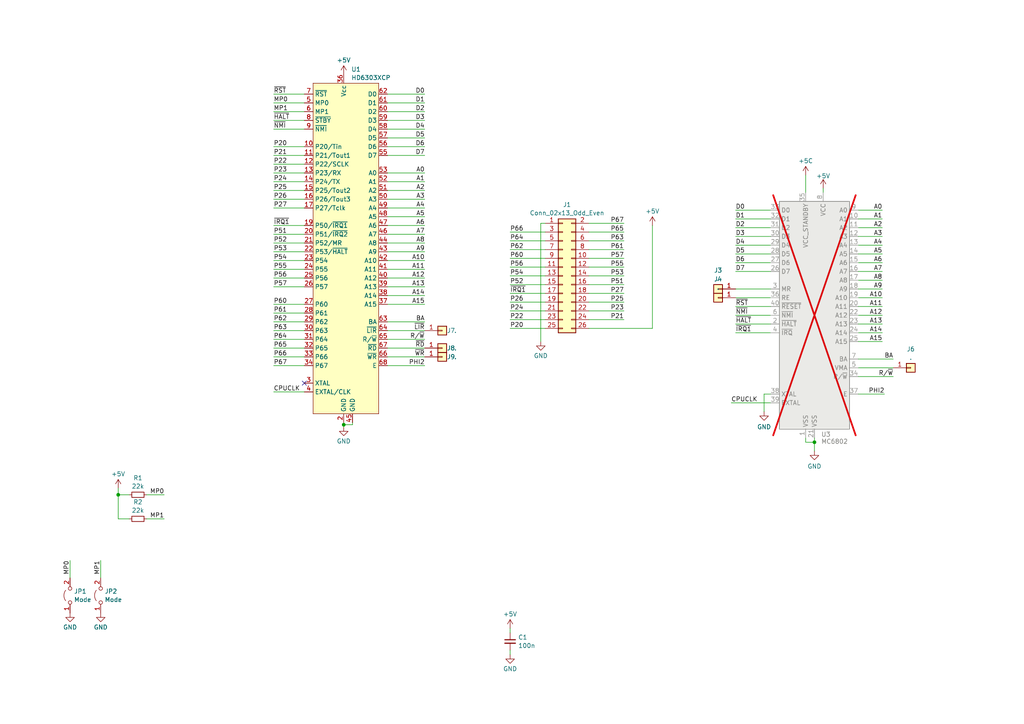
<source format=kicad_sch>
(kicad_sch (version 20231120) (generator "eeschema") (generator_version "8.0")
  (paper "A4")
  (lib_symbols
    (symbol "CPU_NXP_6800:MC6802"
      (property "Reference" "U99" (at 1.9559 -34.552 0))
      (property "Value" "MC6802" (at 1.9559 -36.6 0))
      (symbol "MC6802_0_1"
        (rectangle (start -10.16 -33.02) (end 10.16 33.02) (stroke (width 0.254)) (fill (type background)))
      )
      (symbol "MC6802_1_1"
        (pin power_in line (at -2.54 -35.56 90) (length 2.54) (name "VSS") (number "1"))
        (pin output line (at 12.7 27.94 180) (length 2.54) (name "A1") (number "10"))
        (pin output line (at 12.7 25.4 180) (length 2.54) (name "A2") (number "11"))
        (pin output line (at 12.7 22.86 180) (length 2.54) (name "A3") (number "12"))
        (pin output line (at 12.7 20.32 180) (length 2.54) (name "A4") (number "13"))
        (pin output line (at 12.7 17.78 180) (length 2.54) (name "A5") (number "14"))
        (pin output line (at 12.7 15.24 180) (length 2.54) (name "A6") (number "15"))
        (pin output line (at 12.7 12.7 180) (length 2.54) (name "A7") (number "16"))
        (pin output line (at 12.7 10.16 180) (length 2.54) (name "A8") (number "17"))
        (pin output line (at 12.7 7.62 180) (length 2.54) (name "A9") (number "18"))
        (pin output line (at 12.7 5.08 180) (length 2.54) (name "A10") (number "19"))
        (pin input line (at -12.7 -2.54 0) (length 2.54) (name "~{HALT}") (number "2"))
        (pin output line (at 12.7 2.54 180) (length 2.54) (name "A11") (number "20"))
        (pin power_in line (at 0 -35.56 90) (length 2.54) (name "VSS") (number "21"))
        (pin output line (at 12.7 0 180) (length 2.54) (name "A12") (number "22"))
        (pin output line (at 12.7 -2.54 180) (length 2.54) (name "A13") (number "23"))
        (pin output line (at 12.7 -5.08 180) (length 2.54) (name "A14") (number "24"))
        (pin output line (at 12.7 -7.62 180) (length 2.54) (name "A15") (number "25"))
        (pin bidirectional line (at -12.7 12.7 0) (length 2.54) (name "D7") (number "26"))
        (pin bidirectional line (at -12.7 15.24 0) (length 2.54) (name "D6") (number "27"))
        (pin bidirectional line (at -12.7 17.78 0) (length 2.54) (name "D5") (number "28"))
        (pin bidirectional line (at -12.7 20.32 0) (length 2.54) (name "D4") (number "29"))
        (pin input line (at -12.7 7.62 0) (length 2.54) (name "MR") (number "3"))
        (pin bidirectional line (at -12.7 22.86 0) (length 2.54) (name "D3") (number "30"))
        (pin bidirectional line (at -12.7 25.4 0) (length 2.54) (name "D2") (number "31"))
        (pin bidirectional line (at -12.7 27.94 0) (length 2.54) (name "D1") (number "32"))
        (pin bidirectional line (at -12.7 30.48 0) (length 2.54) (name "D0") (number "33"))
        (pin output line (at 12.7 -17.78 180) (length 2.54) (name "R/~{W}") (number "34"))
        (pin power_in line (at -2.54 35.56 270) (length 2.54) (name "VCC_STANDBY") (number "35"))
        (pin input line (at -12.7 5.08 0) (length 2.54) (name "RE") (number "36"))
        (pin output line (at 12.7 -22.86 180) (length 2.54) (name "E") (number "37"))
        (pin passive line (at -12.7 -22.86 0) (length 2.54) (name "XTAL") (number "38"))
        (pin passive line (at -12.7 -25.4 0) (length 2.54) (name "EXTAL") (number "39"))
        (pin input line (at -12.7 -5.08 0) (length 2.54) (name "~{IRQ}") (number "4"))
        (pin input line (at -12.7 2.54 0) (length 2.54) (name "~{RESET}") (number "40"))
        (pin output line (at 12.7 -15.24 180) (length 2.54) (name "VMA") (number "5"))
        (pin input line (at -12.7 0 0) (length 2.54) (name "~{NMI}") (number "6"))
        (pin output line (at 12.7 -12.7 180) (length 2.54) (name "BA") (number "7"))
        (pin power_in line (at 2.54 35.56 270) (length 2.54) (name "VCC") (number "8"))
        (pin output line (at 12.7 30.48 180) (length 2.54) (name "A0") (number "9"))
      )
    )
    (symbol "Connector_Generic:Conn_01x01" (pin_names (offset 1.016) hide)
      (property "Reference" "J" (at 0 2.54 0))
      (property "Value" "Conn_01x01" (at 0 -2.54 0))
      (symbol "Conn_01x01_1_1"
        (rectangle (start -1.27 0.127) (end 0 -0.127) (stroke (width 0.1524)))
        (rectangle (start -1.27 1.27) (end 1.27 -1.27) (stroke (width 0.254)) (fill (type background)))
        (pin passive line (at -5.08 0 0) (length 3.81) (name "Pin_1") (number "1"))
      )
    )
    (symbol "Connector_Generic:Conn_02x13_Odd_Even" (pin_names (offset 1.016) hide)
      (property "Reference" "J" (at 1.27 17.78 0))
      (property "Value" "Conn_02x13_Odd_Even" (at 1.27 -17.78 0))
      (symbol "Conn_02x13_Odd_Even_1_1"
        (rectangle (start -1.27 -15.113) (end 0 -15.367) (stroke (width 0.1524)))
        (rectangle (start -1.27 -12.573) (end 0 -12.827) (stroke (width 0.1524)))
        (rectangle (start -1.27 -10.033) (end 0 -10.287) (stroke (width 0.1524)))
        (rectangle (start -1.27 -7.493) (end 0 -7.747) (stroke (width 0.1524)))
        (rectangle (start -1.27 -4.953) (end 0 -5.207) (stroke (width 0.1524)))
        (rectangle (start -1.27 -2.413) (end 0 -2.667) (stroke (width 0.1524)))
        (rectangle (start -1.27 0.127) (end 0 -0.127) (stroke (width 0.1524)))
        (rectangle (start -1.27 2.667) (end 0 2.413) (stroke (width 0.1524)))
        (rectangle (start -1.27 5.207) (end 0 4.953) (stroke (width 0.1524)))
        (rectangle (start -1.27 7.747) (end 0 7.493) (stroke (width 0.1524)))
        (rectangle (start -1.27 10.287) (end 0 10.033) (stroke (width 0.1524)))
        (rectangle (start -1.27 12.827) (end 0 12.573) (stroke (width 0.1524)))
        (rectangle (start -1.27 15.367) (end 0 15.113) (stroke (width 0.1524)))
        (rectangle (start -1.27 16.51) (end 3.81 -16.51) (stroke (width 0.254)) (fill (type background)))
        (rectangle (start 3.81 -15.113) (end 2.54 -15.367) (stroke (width 0.1524)))
        (rectangle (start 3.81 -12.573) (end 2.54 -12.827) (stroke (width 0.1524)))
        (rectangle (start 3.81 -10.033) (end 2.54 -10.287) (stroke (width 0.1524)))
        (rectangle (start 3.81 -7.493) (end 2.54 -7.747) (stroke (width 0.1524)))
        (rectangle (start 3.81 -4.953) (end 2.54 -5.207) (stroke (width 0.1524)))
        (rectangle (start 3.81 -2.413) (end 2.54 -2.667) (stroke (width 0.1524)))
        (rectangle (start 3.81 0.127) (end 2.54 -0.127) (stroke (width 0.1524)))
        (rectangle (start 3.81 2.667) (end 2.54 2.413) (stroke (width 0.1524)))
        (rectangle (start 3.81 5.207) (end 2.54 4.953) (stroke (width 0.1524)))
        (rectangle (start 3.81 7.747) (end 2.54 7.493) (stroke (width 0.1524)))
        (rectangle (start 3.81 10.287) (end 2.54 10.033) (stroke (width 0.1524)))
        (rectangle (start 3.81 12.827) (end 2.54 12.573) (stroke (width 0.1524)))
        (rectangle (start 3.81 15.367) (end 2.54 15.113) (stroke (width 0.1524)))
        (pin passive line (at -5.08 15.24 0) (length 3.81) (name "Pin_1") (number "1"))
        (pin passive line (at 7.62 5.08 180) (length 3.81) (name "Pin_10") (number "10"))
        (pin passive line (at -5.08 2.54 0) (length 3.81) (name "Pin_11") (number "11"))
        (pin passive line (at 7.62 2.54 180) (length 3.81) (name "Pin_12") (number "12"))
        (pin passive line (at -5.08 0 0) (length 3.81) (name "Pin_13") (number "13"))
        (pin passive line (at 7.62 0 180) (length 3.81) (name "Pin_14") (number "14"))
        (pin passive line (at -5.08 -2.54 0) (length 3.81) (name "Pin_15") (number "15"))
        (pin passive line (at 7.62 -2.54 180) (length 3.81) (name "Pin_16") (number "16"))
        (pin passive line (at -5.08 -5.08 0) (length 3.81) (name "Pin_17") (number "17"))
        (pin passive line (at 7.62 -5.08 180) (length 3.81) (name "Pin_18") (number "18"))
        (pin passive line (at -5.08 -7.62 0) (length 3.81) (name "Pin_19") (number "19"))
        (pin passive line (at 7.62 15.24 180) (length 3.81) (name "Pin_2") (number "2"))
        (pin passive line (at 7.62 -7.62 180) (length 3.81) (name "Pin_20") (number "20"))
        (pin passive line (at -5.08 -10.16 0) (length 3.81) (name "Pin_21") (number "21"))
        (pin passive line (at 7.62 -10.16 180) (length 3.81) (name "Pin_22") (number "22"))
        (pin passive line (at -5.08 -12.7 0) (length 3.81) (name "Pin_23") (number "23"))
        (pin passive line (at 7.62 -12.7 180) (length 3.81) (name "Pin_24") (number "24"))
        (pin passive line (at -5.08 -15.24 0) (length 3.81) (name "Pin_25") (number "25"))
        (pin passive line (at 7.62 -15.24 180) (length 3.81) (name "Pin_26") (number "26"))
        (pin passive line (at -5.08 12.7 0) (length 3.81) (name "Pin_3") (number "3"))
        (pin passive line (at 7.62 12.7 180) (length 3.81) (name "Pin_4") (number "4"))
        (pin passive line (at -5.08 10.16 0) (length 3.81) (name "Pin_5") (number "5"))
        (pin passive line (at 7.62 10.16 180) (length 3.81) (name "Pin_6") (number "6"))
        (pin passive line (at -5.08 7.62 0) (length 3.81) (name "Pin_7") (number "7"))
        (pin passive line (at 7.62 7.62 180) (length 3.81) (name "Pin_8") (number "8"))
        (pin passive line (at -5.08 5.08 0) (length 3.81) (name "Pin_9") (number "9"))
      )
    )
    (symbol "Device:C_Small" (pin_numbers hide) (pin_names (offset 0.254) hide)
      (property "Reference" "C" (at 0.254 1.778 0))
      (property "Value" "C_Small" (at 0.254 -2.032 0))
      (symbol "C_Small_0_1"
        (polyline (pts (xy -1.524 -0.508) (xy 1.524 -0.508)) (stroke (width 0.3302)))
        (polyline (pts (xy -1.524 0.508) (xy 1.524 0.508)) (stroke (width 0.3048)))
      )
      (symbol "C_Small_1_1"
        (pin passive line (at 0 2.54 270) (length 2.032) (name "~") (number "1"))
        (pin passive line (at 0 -2.54 90) (length 2.032) (name "~") (number "2"))
      )
    )
    (symbol "Device:R_Small" (pin_numbers hide) (pin_names (offset 0.254) hide)
      (property "Reference" "R" (at 0.762 0.508 0))
      (property "Value" "R_Small" (at 0.762 -1.016 0))
      (symbol "R_Small_0_1"
        (rectangle (start -0.762 1.778) (end 0.762 -1.778) (stroke (width 0.2032)))
      )
      (symbol "R_Small_1_1"
        (pin passive line (at 0 2.54 270) (length 0.762) (name "~") (number "1"))
        (pin passive line (at 0 -2.54 90) (length 0.762) (name "~") (number "2"))
      )
    )
    (symbol "Jumper:Jumper_2_Open" (pin_names (offset 0) hide)
      (property "Reference" "JP" (at 0 2.794 0))
      (property "Value" "Jumper_2_Open" (at 0 -2.286 0))
      (symbol "Jumper_2_Open_0_0"
        (circle (center -2.032 0) (radius 0.508))
        (circle (center 2.032 0) (radius 0.508))
      )
      (symbol "Jumper_2_Open_0_1"
        (arc (start 1.524 1.27) (mid 0 1.778) (end -1.524 1.27))
      )
      (symbol "Jumper_2_Open_1_1"
        (pin passive line (at -5.08 0 0) (length 2.54) (name "A") (number "1"))
        (pin passive line (at 5.08 0 180) (length 2.54) (name "B") (number "2"))
      )
    )
    (symbol "my_ics_new:HD6303XCP"
      (property "Reference" "U" (at 1.905 50.165 0))
      (property "Value" "HD6303XCP" (at 6.35 47.625 0))
      (symbol "HD6303XCP_1_1"
        (rectangle (start -8.89 46.355) (end 10.16 -49.53) (fill (type background)))
        (pin free line (at 1.27 -8.89 0) (length 2.54) hide (name "") (number "1"))
        (pin bidirectional line (at -11.43 27.94 0) (length 2.54) (name "P20/Tin") (number "10"))
        (pin bidirectional line (at -11.43 25.4 0) (length 2.54) (name "P21/Tout1") (number "11"))
        (pin bidirectional line (at -11.43 22.86 0) (length 2.54) (name "P22/SCLK") (number "12"))
        (pin bidirectional line (at -11.43 20.32 0) (length 2.54) (name "P23/RX") (number "13"))
        (pin bidirectional line (at -11.43 17.78 0) (length 2.54) (name "P24/TX") (number "14"))
        (pin bidirectional line (at -11.43 15.24 0) (length 2.54) (name "P25/Tout2") (number "15"))
        (pin bidirectional line (at -11.43 12.7 0) (length 2.54) (name "P26/Tout3") (number "16"))
        (pin bidirectional line (at -11.43 10.16 0) (length 2.54) (name "P27/Tclk") (number "17"))
        (pin free line (at 1.27 -11.43 0) (length 2.54) hide (name "") (number "18"))
        (pin input line (at -11.43 5.08 0) (length 2.54) (name "P50/~{IRQ1}") (number "19"))
        (pin power_in line (at 0 -52.07 90) (length 2.54) (name "GND") (number "2"))
        (pin input line (at -11.43 2.54 0) (length 2.54) (name "P51/~{IRQ2}") (number "20"))
        (pin input line (at -11.43 0 0) (length 2.54) (name "P52/MR") (number "21"))
        (pin input line (at -11.43 -2.54 0) (length 2.54) (name "P53/~{HALT}") (number "22"))
        (pin input line (at -11.43 -5.08 0) (length 2.54) (name "P54") (number "23"))
        (pin input line (at -11.43 -7.62 0) (length 2.54) (name "P55") (number "24"))
        (pin input line (at -11.43 -10.16 0) (length 2.54) (name "P56") (number "25"))
        (pin input line (at -11.43 -12.7 0) (length 2.54) (name "P57") (number "26"))
        (pin bidirectional line (at -11.43 -17.78 0) (length 2.54) (name "P60") (number "27"))
        (pin bidirectional line (at -11.43 -20.32 0) (length 2.54) (name "P61") (number "28"))
        (pin bidirectional line (at -11.43 -22.86 0) (length 2.54) (name "P62") (number "29"))
        (pin output line (at -11.43 -40.64 0) (length 2.54) (name "XTAL") (number "3"))
        (pin bidirectional line (at -11.43 -25.4 0) (length 2.54) (name "P63") (number "30"))
        (pin bidirectional line (at -11.43 -27.94 0) (length 2.54) (name "P64") (number "31"))
        (pin bidirectional line (at -11.43 -30.48 0) (length 2.54) (name "P65") (number "32"))
        (pin bidirectional line (at -11.43 -33.02 0) (length 2.54) (name "P66") (number "33"))
        (pin bidirectional line (at -11.43 -35.56 0) (length 2.54) (name "P67") (number "34"))
        (pin free line (at 1.27 -13.97 0) (length 2.54) hide (name "") (number "35"))
        (pin power_in line (at 0 48.895 270) (length 2.54) (name "Vcc") (number "36"))
        (pin power_in line (at 12.7 -17.78 180) (length 2.54) (name "A15") (number "37"))
        (pin power_in line (at 12.7 -15.24 180) (length 2.54) (name "A14") (number "38"))
        (pin power_in line (at 12.7 -12.7 180) (length 2.54) (name "A13") (number "39"))
        (pin input line (at -11.43 -43.18 0) (length 2.54) (name "EXTAL/CLK") (number "4"))
        (pin power_in line (at 12.7 -10.16 180) (length 2.54) (name "A12") (number "40"))
        (pin power_in line (at 12.7 -7.62 180) (length 2.54) (name "A11") (number "41"))
        (pin power_in line (at 12.7 -5.08 180) (length 2.54) (name "A10") (number "42"))
        (pin power_in line (at 12.7 -2.54 180) (length 2.54) (name "A9") (number "43"))
        (pin power_in line (at 12.7 0 180) (length 2.54) (name "A8") (number "44"))
        (pin power_in line (at 2.54 -52.07 90) (length 2.54) (name "GND") (number "45"))
        (pin power_in line (at 12.7 2.54 180) (length 2.54) (name "A7") (number "46"))
        (pin power_in line (at 12.7 5.08 180) (length 2.54) (name "A6") (number "47"))
        (pin power_in line (at 12.7 7.62 180) (length 2.54) (name "A5") (number "48"))
        (pin power_in line (at 12.7 10.16 180) (length 2.54) (name "A4") (number "49"))
        (pin input line (at -11.43 40.64 0) (length 2.54) (name "MP0") (number "5"))
        (pin power_in line (at 12.7 12.7 180) (length 2.54) (name "A3") (number "50"))
        (pin power_in line (at 12.7 15.24 180) (length 2.54) (name "A2") (number "51"))
        (pin power_in line (at 12.7 17.78 180) (length 2.54) (name "A1") (number "52"))
        (pin power_in line (at 12.7 20.32 180) (length 2.54) (name "A0") (number "53"))
        (pin free line (at 1.27 -16.51 0) (length 2.54) hide (name "") (number "54"))
        (pin bidirectional line (at 12.7 25.4 180) (length 2.54) (name "D7") (number "55"))
        (pin bidirectional line (at 12.7 27.94 180) (length 2.54) (name "D6") (number "56"))
        (pin bidirectional line (at 12.7 30.48 180) (length 2.54) (name "D5") (number "57"))
        (pin bidirectional line (at 12.7 33.02 180) (length 2.54) (name "D4") (number "58"))
        (pin bidirectional line (at 12.7 35.56 180) (length 2.54) (name "D3") (number "59"))
        (pin input line (at -11.43 38.1 0) (length 2.54) (name "MP1") (number "6"))
        (pin bidirectional line (at 12.7 38.1 180) (length 2.54) (name "D2") (number "60"))
        (pin bidirectional line (at 12.7 40.64 180) (length 2.54) (name "D1") (number "61"))
        (pin bidirectional line (at 12.7 43.18 180) (length 2.54) (name "D0") (number "62"))
        (pin output line (at 12.7 -22.86 180) (length 2.54) (name "BA") (number "63"))
        (pin output line (at 12.7 -25.4 180) (length 2.54) (name "~{LIR}") (number "64"))
        (pin output line (at 12.7 -27.94 180) (length 2.54) (name "R/~{W}") (number "65"))
        (pin output line (at 12.7 -33.02 180) (length 2.54) (name "~{WR}") (number "66"))
        (pin output line (at 12.7 -30.48 180) (length 2.54) (name "~{RD}") (number "67"))
        (pin output line (at 12.7 -35.56 180) (length 2.54) (name "E") (number "68"))
        (pin input line (at -11.43 43.18 0) (length 2.54) (name "~{RST}") (number "7"))
        (pin input line (at -11.43 35.56 0) (length 2.54) (name "~{STBY}") (number "8"))
        (pin input line (at -11.43 33.02 0) (length 2.54) (name "~{NMI}") (number "9"))
      )
    )
    (symbol "power:+5C" (power) (pin_names (offset 0))
      (property "Value" "+5C" (at 0 3.556 0))
      (symbol "+5C_0_1"
        (polyline (pts (xy -0.762 1.27) (xy 0 2.54)))
        (polyline (pts (xy 0 0) (xy 0 2.54)))
        (polyline (pts (xy 0 2.54) (xy 0.762 1.27)))
      )
      (symbol "+5C_1_1"
        (pin power_in line (at 0 0 90) (length 0) hide (name "+5C") (number "1"))
      )
    )
    (symbol "power:+5V" (power) (pin_names (offset 0))
      (property "Value" "+5V" (at 0 3.556 0))
      (symbol "+5V_0_1"
        (polyline (pts (xy -0.762 1.27) (xy 0 2.54)))
        (polyline (pts (xy 0 0) (xy 0 2.54)))
        (polyline (pts (xy 0 2.54) (xy 0.762 1.27)))
      )
      (symbol "+5V_1_1"
        (pin power_in line (at 0 0 90) (length 0) hide (name "+5V") (number "1"))
      )
    )
    (symbol "power:GND" (power) (pin_names (offset 0))
      (property "Value" "GND" (at 0 -3.81 0))
      (symbol "GND_0_1"
        (polyline (pts (xy 0 0) (xy 0 -1.27) (xy 1.27 -1.27) (xy 0 -2.54) (xy -1.27 -1.27) (xy 0 -1.27)))
      )
      (symbol "GND_1_1"
        (pin power_in line (at 0 0 270) (length 0) hide (name "GND") (number "1"))
      )
    )
  )
  (junction (at 236.22 128.27))
  (junction (at 99.695 123.19))
  (junction (at 34.29 143.51))
  (no_connect (at 88.265 111.125))
  (wire (pts (xy 79.375 80.645) (xy 88.265 80.645)))
  (wire (pts (xy 223.52 73.66) (xy 213.36 73.66)))
  (wire (pts (xy 170.815 92.71) (xy 180.975 92.71)))
  (wire (pts (xy 79.375 113.665) (xy 88.265 113.665)))
  (wire (pts (xy 248.92 99.06) (xy 255.905 99.06)))
  (wire (pts (xy 170.815 95.25) (xy 189.23 95.25)))
  (wire (pts (xy 79.375 45.085) (xy 88.265 45.085)))
  (wire (pts (xy 147.955 189.865) (xy 147.955 188.595)))
  (wire (pts (xy 259.08 104.14) (xy 248.92 104.14)))
  (wire (pts (xy 223.52 60.96) (xy 213.36 60.96)))
  (wire (pts (xy 112.395 83.185) (xy 123.19 83.185)))
  (wire (pts (xy 170.815 77.47) (xy 180.975 77.47)))
  (wire (pts (xy 223.52 66.04) (xy 213.36 66.04)))
  (wire (pts (xy 79.375 60.325) (xy 88.265 60.325)))
  (wire (pts (xy 112.395 88.265) (xy 123.19 88.265)))
  (wire (pts (xy 79.375 37.465) (xy 88.265 37.465)))
  (wire (pts (xy 213.36 83.82) (xy 223.52 83.82)))
  (wire (pts (xy 20.32 167.64) (xy 20.32 162.56)))
  (wire (pts (xy 112.395 52.705) (xy 123.19 52.705)))
  (wire (pts (xy 99.695 122.555) (xy 99.695 123.19)))
  (wire (pts (xy 112.395 60.325) (xy 123.19 60.325)))
  (wire (pts (xy 112.395 50.165) (xy 123.19 50.165)))
  (wire (pts (xy 212.09 116.84) (xy 223.52 116.84)))
  (wire (pts (xy 112.395 98.425) (xy 123.19 98.425)))
  (wire (pts (xy 233.68 128.27) (xy 233.68 127)))
  (wire (pts (xy 223.52 114.3) (xy 221.615 114.3)))
  (wire (pts (xy 29.21 167.64) (xy 29.21 162.56)))
  (wire (pts (xy 213.36 88.9) (xy 223.52 88.9)))
  (wire (pts (xy 79.375 27.305) (xy 88.265 27.305)))
  (wire (pts (xy 79.375 73.025) (xy 88.265 73.025)))
  (wire (pts (xy 213.36 96.52) (xy 223.52 96.52)))
  (wire (pts (xy 112.395 78.105) (xy 123.19 78.105)))
  (wire (pts (xy 147.955 182.245) (xy 147.955 183.515)))
  (wire (pts (xy 213.36 86.36) (xy 223.52 86.36)))
  (wire (pts (xy 112.395 29.845) (xy 123.19 29.845)))
  (wire (pts (xy 79.375 50.165) (xy 88.265 50.165)))
  (wire (pts (xy 112.395 73.025) (xy 123.19 73.025)))
  (wire (pts (xy 79.375 57.785) (xy 88.265 57.785)))
  (wire (pts (xy 79.375 90.805) (xy 88.265 90.805)))
  (wire (pts (xy 112.395 34.925) (xy 123.19 34.925)))
  (wire (pts (xy 259.08 106.68) (xy 248.92 106.68)))
  (wire (pts (xy 248.92 96.52) (xy 255.905 96.52)))
  (wire (pts (xy 79.375 32.385) (xy 88.265 32.385)))
  (wire (pts (xy 112.395 80.645) (xy 123.19 80.645)))
  (wire (pts (xy 79.375 98.425) (xy 88.265 98.425)))
  (wire (pts (xy 112.395 85.725) (xy 123.19 85.725)))
  (wire (pts (xy 112.395 65.405) (xy 123.19 65.405)))
  (wire (pts (xy 170.815 87.63) (xy 180.975 87.63)))
  (wire (pts (xy 112.395 32.385) (xy 123.19 32.385)))
  (wire (pts (xy 34.29 150.495) (xy 37.465 150.495)))
  (wire (pts (xy 79.375 70.485) (xy 88.265 70.485)))
  (wire (pts (xy 79.375 106.045) (xy 88.265 106.045)))
  (wire (pts (xy 248.92 93.98) (xy 255.905 93.98)))
  (wire (pts (xy 236.22 128.27) (xy 236.22 130.81)))
  (wire (pts (xy 170.815 74.93) (xy 180.975 74.93)))
  (wire (pts (xy 223.52 68.58) (xy 213.36 68.58)))
  (wire (pts (xy 233.68 50.8) (xy 233.68 55.88)))
  (wire (pts (xy 112.395 62.865) (xy 123.19 62.865)))
  (wire (pts (xy 34.29 141.605) (xy 34.29 143.51)))
  (wire (pts (xy 170.815 72.39) (xy 180.975 72.39)))
  (wire (pts (xy 147.955 87.63) (xy 158.115 87.63)))
  (wire (pts (xy 189.23 65.405) (xy 189.23 95.25)))
  (wire (pts (xy 248.92 60.96) (xy 255.905 60.96)))
  (wire (pts (xy 147.955 72.39) (xy 158.115 72.39)))
  (wire (pts (xy 79.375 34.925) (xy 88.265 34.925)))
  (wire (pts (xy 112.395 57.785) (xy 123.19 57.785)))
  (wire (pts (xy 79.375 88.265) (xy 88.265 88.265)))
  (wire (pts (xy 79.375 55.245) (xy 88.265 55.245)))
  (wire (pts (xy 248.92 83.82) (xy 255.905 83.82)))
  (wire (pts (xy 238.76 54.61) (xy 238.76 55.88)))
  (wire (pts (xy 79.375 29.845) (xy 88.265 29.845)))
  (wire (pts (xy 79.375 83.185) (xy 88.265 83.185)))
  (wire (pts (xy 34.29 143.51) (xy 37.465 143.51)))
  (wire (pts (xy 170.815 80.01) (xy 180.975 80.01)))
  (wire (pts (xy 79.375 52.705) (xy 88.265 52.705)))
  (wire (pts (xy 221.615 114.3) (xy 221.615 119.38)))
  (wire (pts (xy 112.395 103.505) (xy 123.19 103.505)))
  (wire (pts (xy 248.92 71.12) (xy 255.905 71.12)))
  (wire (pts (xy 248.92 73.66) (xy 255.905 73.66)))
  (wire (pts (xy 248.92 86.36) (xy 255.905 86.36)))
  (wire (pts (xy 223.52 76.2) (xy 213.36 76.2)))
  (wire (pts (xy 170.815 67.31) (xy 180.975 67.31)))
  (wire (pts (xy 42.545 143.51) (xy 47.625 143.51)))
  (wire (pts (xy 248.92 76.2) (xy 255.905 76.2)))
  (wire (pts (xy 156.845 64.77) (xy 156.845 99.06)))
  (wire (pts (xy 170.815 69.85) (xy 180.975 69.85)))
  (wire (pts (xy 248.92 68.58) (xy 255.905 68.58)))
  (wire (pts (xy 112.395 27.305) (xy 123.19 27.305)))
  (wire (pts (xy 147.955 85.09) (xy 158.115 85.09)))
  (wire (pts (xy 158.115 64.77) (xy 156.845 64.77)))
  (wire (pts (xy 79.375 47.625) (xy 88.265 47.625)))
  (wire (pts (xy 248.92 88.9) (xy 255.905 88.9)))
  (wire (pts (xy 79.375 100.965) (xy 88.265 100.965)))
  (wire (pts (xy 223.52 63.5) (xy 213.36 63.5)))
  (wire (pts (xy 79.375 93.345) (xy 88.265 93.345)))
  (wire (pts (xy 147.955 95.25) (xy 158.115 95.25)))
  (wire (pts (xy 147.955 90.17) (xy 158.115 90.17)))
  (wire (pts (xy 112.395 95.885) (xy 123.19 95.885)))
  (wire (pts (xy 79.375 65.405) (xy 88.265 65.405)))
  (wire (pts (xy 248.92 78.74) (xy 255.905 78.74)))
  (wire (pts (xy 102.235 122.555) (xy 102.235 123.19)))
  (wire (pts (xy 99.695 123.19) (xy 99.695 123.825)))
  (wire (pts (xy 102.235 123.19) (xy 99.695 123.19)))
  (wire (pts (xy 79.375 42.545) (xy 88.265 42.545)))
  (wire (pts (xy 213.36 93.98) (xy 223.52 93.98)))
  (wire (pts (xy 42.545 150.495) (xy 47.625 150.495)))
  (wire (pts (xy 79.375 78.105) (xy 88.265 78.105)))
  (wire (pts (xy 147.955 82.55) (xy 158.115 82.55)))
  (wire (pts (xy 248.92 91.44) (xy 255.905 91.44)))
  (wire (pts (xy 223.52 71.12) (xy 213.36 71.12)))
  (wire (pts (xy 147.955 80.01) (xy 158.115 80.01)))
  (wire (pts (xy 79.375 95.885) (xy 88.265 95.885)))
  (wire (pts (xy 34.29 143.51) (xy 34.29 150.495)))
  (wire (pts (xy 170.815 82.55) (xy 180.975 82.55)))
  (wire (pts (xy 79.375 67.945) (xy 88.265 67.945)))
  (wire (pts (xy 248.92 63.5) (xy 255.905 63.5)))
  (wire (pts (xy 147.955 92.71) (xy 158.115 92.71)))
  (wire (pts (xy 213.36 91.44) (xy 223.52 91.44)))
  (wire (pts (xy 259.08 109.22) (xy 248.92 109.22)))
  (wire (pts (xy 256.54 114.3) (xy 248.92 114.3)))
  (wire (pts (xy 112.395 55.245) (xy 123.19 55.245)))
  (wire (pts (xy 112.395 42.545) (xy 123.19 42.545)))
  (wire (pts (xy 223.52 78.74) (xy 213.36 78.74)))
  (wire (pts (xy 170.815 64.77) (xy 180.975 64.77)))
  (wire (pts (xy 147.955 67.31) (xy 158.115 67.31)))
  (wire (pts (xy 112.395 93.345) (xy 123.19 93.345)))
  (wire (pts (xy 147.955 74.93) (xy 158.115 74.93)))
  (wire (pts (xy 79.375 103.505) (xy 88.265 103.505)))
  (wire (pts (xy 248.92 81.28) (xy 255.905 81.28)))
  (wire (pts (xy 236.22 127) (xy 236.22 128.27)))
  (wire (pts (xy 112.395 67.945) (xy 123.19 67.945)))
  (wire (pts (xy 79.375 75.565) (xy 88.265 75.565)))
  (wire (pts (xy 248.92 66.04) (xy 255.905 66.04)))
  (wire (pts (xy 112.395 45.085) (xy 123.19 45.085)))
  (wire (pts (xy 236.22 128.27) (xy 233.68 128.27)))
  (wire (pts (xy 170.815 85.09) (xy 180.975 85.09)))
  (wire (pts (xy 147.955 69.85) (xy 158.115 69.85)))
  (wire (pts (xy 112.395 70.485) (xy 123.19 70.485)))
  (wire (pts (xy 112.395 37.465) (xy 123.19 37.465)))
  (wire (pts (xy 112.395 75.565) (xy 123.19 75.565)))
  (wire (pts (xy 147.955 77.47) (xy 158.115 77.47)))
  (wire (pts (xy 112.395 100.965) (xy 123.19 100.965)))
  (wire (pts (xy 112.395 106.045) (xy 123.19 106.045)))
  (wire (pts (xy 170.815 90.17) (xy 180.975 90.17)))
  (wire (pts (xy 112.395 40.005) (xy 123.19 40.005)))
  (label "A8" (at 255.905 81.28 180))
  (label "P54" (at 79.375 75.565 0))
  (label "P61" (at 180.975 72.39 180))
  (label "D3" (at 123.19 34.925 180))
  (label "R{slash}~{W}" (at 123.19 98.425 180))
  (label "PHI2" (at 256.54 114.3 180))
  (label "P55" (at 79.375 78.105 0))
  (label "BA" (at 259.08 104.14 180))
  (label "PHI2" (at 123.19 106.045 180))
  (label "MP1" (at 79.375 32.385 0))
  (label "D1" (at 213.36 63.5 0))
  (label "~{IRQ1}" (at 79.375 65.405 0))
  (label "A14" (at 255.905 96.52 180))
  (label "P57" (at 180.975 74.93 180))
  (label "P53" (at 79.375 73.025 0))
  (label "A7" (at 123.19 67.945 180))
  (label "P24" (at 147.955 90.17 0))
  (label "D7" (at 213.36 78.74 0))
  (label "~{NMI}" (at 213.36 91.44 0))
  (label "P27" (at 180.975 85.09 180))
  (label "P61" (at 79.375 90.805 0))
  (label "P60" (at 147.955 74.93 0))
  (label "A6" (at 255.905 76.2 180))
  (label "P67" (at 180.975 64.77 180))
  (label "A15" (at 123.19 88.265 180))
  (label "~{HALT}" (at 79.375 34.925 0))
  (label "P62" (at 79.375 93.345 0))
  (label "R{slash}~{W}" (at 259.08 109.22 180))
  (label "D3" (at 213.36 68.58 0))
  (label "P22" (at 147.955 92.71 0))
  (label "P56" (at 147.955 77.47 0))
  (label "D6" (at 213.36 76.2 0))
  (label "P65" (at 180.975 67.31 180))
  (label "A5" (at 255.905 73.66 180))
  (label "P20" (at 79.375 42.545 0))
  (label "A6" (at 123.19 65.405 180))
  (label "A5" (at 123.19 62.865 180))
  (label "A1" (at 255.905 63.5 180))
  (label "P66" (at 79.375 103.505 0))
  (label "P51" (at 180.975 82.55 180))
  (label "P25" (at 180.975 87.63 180))
  (label "P26" (at 79.375 57.785 0))
  (label "D0" (at 213.36 60.96 0))
  (label "BA" (at 123.19 93.345 180))
  (label "P23" (at 79.375 50.165 0))
  (label "D7" (at 123.19 45.085 180))
  (label "D2" (at 213.36 66.04 0))
  (label "P64" (at 79.375 98.425 0))
  (label "~{WR}" (at 123.19 103.505 180))
  (label "~{IRQ1}" (at 213.36 96.52 0))
  (label "A3" (at 255.905 68.58 180))
  (label "D5" (at 213.36 73.66 0))
  (label "CPUCLK" (at 79.375 113.665 0))
  (label "P51" (at 79.375 67.945 0))
  (label "A12" (at 123.19 80.645 180))
  (label "P63" (at 79.375 95.885 0))
  (label "P57" (at 79.375 83.185 0))
  (label "P55" (at 180.975 77.47 180))
  (label "P63" (at 180.975 69.85 180))
  (label "P21" (at 79.375 45.085 0))
  (label "P52" (at 79.375 70.485 0))
  (label "D6" (at 123.19 42.545 180))
  (label "A0" (at 255.905 60.96 180))
  (label "P67" (at 79.375 106.045 0))
  (label "P52" (at 147.955 82.55 0))
  (label "P20" (at 147.955 95.25 0))
  (label "P62" (at 147.955 72.39 0))
  (label "D0" (at 123.19 27.305 180))
  (label "~{IRQ1}" (at 147.955 85.09 0))
  (label "MP0" (at 79.375 29.845 0))
  (label "D1" (at 123.19 29.845 180))
  (label "MP0" (at 20.32 162.56 270))
  (label "P21" (at 180.975 92.71 180))
  (label "P53" (at 180.975 80.01 180))
  (label "P27" (at 79.375 60.325 0))
  (label "P65" (at 79.375 100.965 0))
  (label "P22" (at 79.375 47.625 0))
  (label "D5" (at 123.19 40.005 180))
  (label "P60" (at 79.375 88.265 0))
  (label "D2" (at 123.19 32.385 180))
  (label "A8" (at 123.19 70.485 180))
  (label "A0" (at 123.19 50.165 180))
  (label "A2" (at 255.905 66.04 180))
  (label "P64" (at 147.955 69.85 0))
  (label "P54" (at 147.955 80.01 0))
  (label "~{LIR}" (at 123.19 95.885 180))
  (label "~{HALT}" (at 213.36 93.98 0))
  (label "~{RST}" (at 79.375 27.305 0))
  (label "A13" (at 123.19 83.185 180))
  (label "~{RD}" (at 123.19 100.965 180))
  (label "MP1" (at 29.21 162.56 270))
  (label "CPUCLK" (at 212.09 116.84 0))
  (label "A11" (at 255.905 88.9 180))
  (label "MP0" (at 47.625 143.51 180))
  (label "A9" (at 123.19 73.025 180))
  (label "A10" (at 123.19 75.565 180))
  (label "P66" (at 147.955 67.31 0))
  (label "A10" (at 255.905 86.36 180))
  (label "P24" (at 79.375 52.705 0))
  (label "~{RST}" (at 213.36 88.9 0))
  (label "P26" (at 147.955 87.63 0))
  (label "A2" (at 123.19 55.245 180))
  (label "A12" (at 255.905 91.44 180))
  (label "A13" (at 255.905 93.98 180))
  (label "MP1" (at 47.625 150.495 180))
  (label "A4" (at 123.19 60.325 180))
  (label "A9" (at 255.905 83.82 180))
  (label "A3" (at 123.19 57.785 180))
  (label "A7" (at 255.905 78.74 180))
  (label "A14" (at 123.19 85.725 180))
  (label "A4" (at 255.905 71.12 180))
  (label "A15" (at 255.905 99.06 180))
  (label "A11" (at 123.19 78.105 180))
  (label "P56" (at 79.375 80.645 0))
  (label "~{NMI}" (at 79.375 37.465 0))
  (label "P23" (at 180.975 90.17 180))
  (label "D4" (at 213.36 71.12 0))
  (label "D4" (at 123.19 37.465 180))
  (label "A1" (at 123.19 52.705 180))
  (label "P25" (at 79.375 55.245 0))
  (symbol (lib_id "Connector_Generic:Conn_01x01") (at 208.28 83.82 0) (mirror y) (unit 1)
    (property "Reference" "J3" (at 208.28 78.4057 0))
    (property "Value" "." (at 208.28 80.8299 0))
    (property "Footprint" "Connector_PinHeader_2.00mm:PinHeader_1x01_P2.00mm_Vertical" (effects (hide yes)))
  )
  (symbol (lib_id "power:GND") (at 221.615 119.38 0) (mirror y) (unit 1)
    (property "Reference" "#PWR018" (effects (hide yes)))
    (property "Value" "GND" (at 221.615 123.8234 0))
  )
  (symbol (lib_id "Device:C_Small") (at 147.955 186.055 0) (unit 1)
    (property "Reference" "C1" (at 150.2791 184.8492 0) (effects (justify left)))
    (property "Value" "100n" (at 150.2791 187.2734 0) (effects (justify left)))
    (property "Footprint" "Capacitor_SMD:C_1206_3216Metric_Pad1.33x1.80mm_HandSolder" (effects (hide yes)))
  )
  (symbol (lib_id "Connector_Generic:Conn_02x13_Odd_Even") (at 163.195 80.01 0) (unit 1)
    (property "Reference" "J1" (at 164.465 59.3557 0))
    (property "Value" "Conn_02x13_Odd_Even" (at 164.465 61.7799 0))
    (property "Footprint" "Connector_PinHeader_2.54mm:PinHeader_2x13_P2.54mm_Horizontal" (effects (hide yes)))
  )
  (symbol (lib_id "power:GND") (at 29.21 177.8 0) (unit 1)
    (property "Reference" "#PWR05" (effects (hide yes)))
    (property "Value" "GND" (at 29.21 181.9331 0))
  )
  (symbol (lib_id "Connector_Generic:Conn_01x01") (at 128.27 100.965 0) (unit 1)
    (property "Reference" "J8" (at 130.81 100.965 0))
    (property "Value" "." (at 132.08 100.965 0))
    (property "Footprint" "Connector_PinHeader_2.00mm:PinHeader_1x01_P2.00mm_Vertical" (effects (hide yes)))
  )
  (symbol (lib_id "Jumper:Jumper_2_Open") (at 29.21 172.72 90) (unit 1)
    (property "Reference" "JP2" (at 30.353 171.5079 90) (effects (justify right)))
    (property "Value" "Mode" (at 30.353 173.9321 90) (effects (justify right)))
    (property "Footprint" "Connector_PinHeader_2.54mm:PinHeader_1x02_P2.54mm_Vertical" (effects (hide yes)))
  )
  (symbol (lib_id "power:GND") (at 99.695 123.825 0) (unit 1)
    (property "Reference" "#PWR02" (effects (hide yes)))
    (property "Value" "GND" (at 99.695 127.9581 0))
  )
  (symbol (lib_id "Device:R_Small") (at 40.005 150.495 90) (unit 1)
    (property "Reference" "R2" (at 40.005 145.6141 90))
    (property "Value" "22k" (at 40.005 148.0383 90))
    (property "Footprint" "Resistor_SMD:R_1206_3216Metric_Pad1.30x1.75mm_HandSolder" (effects (hide yes)))
  )
  (symbol (lib_id "Connector_Generic:Conn_01x01") (at 128.27 103.505 0) (unit 1)
    (property "Reference" "J9" (at 130.81 103.505 0))
    (property "Value" "." (at 132.08 103.505 0))
    (property "Footprint" "Connector_PinHeader_2.00mm:PinHeader_1x01_P2.00mm_Vertical" (effects (hide yes)))
  )
  (symbol (lib_id "power:GND") (at 156.845 99.06 0) (unit 1)
    (property "Reference" "#PWR015" (effects (hide yes)))
    (property "Value" "GND" (at 156.845 103.1931 0))
  )
  (symbol (lib_id "power:GND") (at 147.955 189.865 0) (unit 1)
    (property "Reference" "#PWR04" (effects (hide yes)))
    (property "Value" "GND" (at 147.955 193.9981 0))
  )
  (symbol (lib_id "power:GND") (at 20.32 177.8 0) (unit 1)
    (property "Reference" "#PWR01" (effects (hide yes)))
    (property "Value" "GND" (at 20.32 181.9331 0))
  )
  (symbol (lib_id "power:GND") (at 236.22 130.81 0) (mirror y) (unit 1)
    (property "Reference" "#PWR019" (effects (hide yes)))
    (property "Value" "GND" (at 236.22 135.2534 0))
  )
  (symbol (lib_id "power:+5V") (at 189.23 65.405 0) (unit 1)
    (property "Reference" "#PWR016" (effects (hide yes)))
    (property "Value" "+5V" (at 189.23 61.2719 0))
  )
  (symbol (lib_id "power:+5V") (at 34.29 141.605 0) (unit 1)
    (property "Reference" "#PWR09" (effects (hide yes)))
    (property "Value" "+5V" (at 34.29 137.4719 0))
  )
  (symbol (lib_id "power:+5V") (at 238.76 54.61 0) (unit 1)
    (property "Reference" "#PWR017" (effects (hide yes)))
    (property "Value" "+5V" (at 238.76 51.0342 0))
  )
  (symbol (lib_id "my_ics_new:HD6303XCP") (at 99.695 70.485 0) (unit 1)
    (property "Reference" "U1" (at 101.8891 20.1127 0) (effects (justify left)))
    (property "Value" "HD6303XCP" (at 101.8891 22.5369 0) (effects (justify left)))
    (property "Footprint" "Package_LCC:PLCC-68_SMD-Socket" (effects (hide yes)))
  )
  (symbol (lib_id "Connector_Generic:Conn_01x01") (at 208.28 86.36 0) (mirror y) (unit 1)
    (property "Reference" "J4" (at 208.28 80.9457 0))
    (property "Value" "." (at 208.28 83.3699 0))
    (property "Footprint" "Connector_PinHeader_2.00mm:PinHeader_1x01_P2.00mm_Vertical" (effects (hide yes)))
  )
  (symbol (lib_id "Device:R_Small") (at 40.005 143.51 90) (unit 1)
    (property "Reference" "R1" (at 40.005 138.6291 90))
    (property "Value" "22k" (at 40.005 141.0533 90))
    (property "Footprint" "Resistor_SMD:R_1206_3216Metric_Pad1.30x1.75mm_HandSolder" (effects (hide yes)))
  )
  (symbol (lib_id "Connector_Generic:Conn_01x01") (at 264.16 106.68 0) (unit 1)
    (property "Reference" "J6" (at 264.16 101.2657 0))
    (property "Value" "." (at 264.16 103.6899 0))
    (property "Footprint" "Connector_PinHeader_2.00mm:PinHeader_1x01_P2.00mm_Vertical" (effects (hide yes)))
  )
  (symbol (lib_id "power:+5C") (at 233.68 50.8 0) (unit 1)
    (property "Reference" "#PWR020" (effects (hide yes)))
    (property "Value" "+5C" (at 233.68 46.6669 0))
  )
  (symbol (lib_id "power:+5V") (at 147.955 182.245 0) (unit 1)
    (property "Reference" "#PWR06" (effects (hide yes)))
    (property "Value" "+5V" (at 147.955 178.1119 0))
  )
  (symbol (lib_id "Connector_Generic:Conn_01x01") (at 128.27 95.885 0) (unit 1)
    (property "Reference" "J7" (at 130.81 95.885 0))
    (property "Value" "." (at 132.08 95.885 0))
    (property "Footprint" "Connector_PinHeader_2.00mm:PinHeader_1x01_P2.00mm_Vertical" (effects (hide yes)))
  )
  (symbol (lib_id "power:+5V") (at 99.695 21.59 0) (unit 1)
    (property "Reference" "#PWR03" (effects (hide yes)))
    (property "Value" "+5V" (at 99.695 17.4569 0))
  )
  (symbol (lib_id "CPU_NXP_6800:MC6802") (at 236.22 91.44 0) (unit 1) (in_bom no) (dnp yes)
    (property "Reference" "U3" (at 238.1759 125.992 0) (effects (justify left)))
    (property "Value" "MC6802" (at 238.1759 128.04 0) (effects (justify left)))
    (property "Footprint" "Package_DIP:DIP-40_W15.24mm" (effects (hide yes)))
    (property "Datasheet" "https://www.jameco.com/Jameco/Products/ProdDS/43502.pdf" (effects (hide yes)))
  )
  (symbol (lib_id "Jumper:Jumper_2_Open") (at 20.32 172.72 90) (unit 1)
    (property "Reference" "JP1" (at 21.463 171.5079 90) (effects (justify right)))
    (property "Value" "Mode" (at 21.463 173.9321 90) (effects (justify right)))
    (property "Footprint" "Connector_PinHeader_2.54mm:PinHeader_1x02_P2.54mm_Vertical" (effects (hide yes)))
  )
)
</source>
